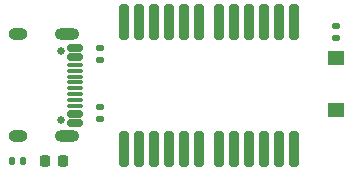
<source format=gts>
%TF.GenerationSoftware,KiCad,Pcbnew,9.0.4*%
%TF.CreationDate,2025-08-24T10:47:50+01:00*%
%TF.ProjectId,usbc-7seg,75736263-2d37-4736-9567-2e6b69636164,rev?*%
%TF.SameCoordinates,Original*%
%TF.FileFunction,Soldermask,Top*%
%TF.FilePolarity,Negative*%
%FSLAX46Y46*%
G04 Gerber Fmt 4.6, Leading zero omitted, Abs format (unit mm)*
G04 Created by KiCad (PCBNEW 9.0.4) date 2025-08-24 10:47:50*
%MOMM*%
%LPD*%
G01*
G04 APERTURE LIST*
G04 Aperture macros list*
%AMRoundRect*
0 Rectangle with rounded corners*
0 $1 Rounding radius*
0 $2 $3 $4 $5 $6 $7 $8 $9 X,Y pos of 4 corners*
0 Add a 4 corners polygon primitive as box body*
4,1,4,$2,$3,$4,$5,$6,$7,$8,$9,$2,$3,0*
0 Add four circle primitives for the rounded corners*
1,1,$1+$1,$2,$3*
1,1,$1+$1,$4,$5*
1,1,$1+$1,$6,$7*
1,1,$1+$1,$8,$9*
0 Add four rect primitives between the rounded corners*
20,1,$1+$1,$2,$3,$4,$5,0*
20,1,$1+$1,$4,$5,$6,$7,0*
20,1,$1+$1,$6,$7,$8,$9,0*
20,1,$1+$1,$8,$9,$2,$3,0*%
G04 Aperture macros list end*
%ADD10O,1.600000X1.000000*%
%ADD11O,2.100000X1.000000*%
%ADD12RoundRect,0.150000X-0.500000X0.150000X-0.500000X-0.150000X0.500000X-0.150000X0.500000X0.150000X0*%
%ADD13RoundRect,0.075000X-0.575000X0.075000X-0.575000X-0.075000X0.575000X-0.075000X0.575000X0.075000X0*%
%ADD14C,0.650000*%
%ADD15RoundRect,0.200000X-0.200000X-1.300000X0.200000X-1.300000X0.200000X1.300000X-0.200000X1.300000X0*%
%ADD16RoundRect,0.140000X0.140000X0.170000X-0.140000X0.170000X-0.140000X-0.170000X0.140000X-0.170000X0*%
%ADD17RoundRect,0.218750X-0.218750X-0.256250X0.218750X-0.256250X0.218750X0.256250X-0.218750X0.256250X0*%
%ADD18RoundRect,0.135000X-0.185000X0.135000X-0.185000X-0.135000X0.185000X-0.135000X0.185000X0.135000X0*%
%ADD19RoundRect,0.135000X0.185000X-0.135000X0.185000X0.135000X-0.185000X0.135000X-0.185000X-0.135000X0*%
%ADD20R,1.360000X1.230000*%
G04 APERTURE END LIST*
D10*
%TO.C,J1*%
X129425000Y-107820000D03*
D11*
X133605000Y-107820000D03*
D10*
X129425000Y-99180000D03*
D11*
X133605000Y-99180000D03*
D12*
X134245000Y-100300000D03*
X134245000Y-101100000D03*
D13*
X134245000Y-101750000D03*
X134245000Y-102750000D03*
X134245000Y-104250000D03*
X134245000Y-105250000D03*
D12*
X134245000Y-105900000D03*
X134245000Y-106700000D03*
X134245000Y-106700000D03*
X134245000Y-105900000D03*
D13*
X134245000Y-104750000D03*
X134245000Y-103750000D03*
X134245000Y-103250000D03*
X134245000Y-102250000D03*
D12*
X134245000Y-101100000D03*
X134245000Y-100300000D03*
D14*
X133105000Y-106390000D03*
X133105000Y-100610000D03*
%TD*%
D15*
%TO.C,U1*%
X138425000Y-98100000D03*
X139695000Y-98100000D03*
X140965000Y-98100000D03*
X142235000Y-98100000D03*
X143505000Y-98100000D03*
X144775000Y-98100000D03*
X144775000Y-108900000D03*
X143505000Y-108900000D03*
X142235000Y-108900000D03*
X140965000Y-108900000D03*
X139695000Y-108900000D03*
X138425000Y-108900000D03*
%TD*%
D16*
%TO.C,C7*%
X128920000Y-109900000D03*
X129880000Y-109900000D03*
%TD*%
D17*
%TO.C,FB1*%
X133287500Y-109900000D03*
X131712500Y-109900000D03*
%TD*%
D15*
%TO.C,U2*%
X146455000Y-108900000D03*
X147725000Y-108900000D03*
X148995000Y-108900000D03*
X150265000Y-108900000D03*
X151535000Y-108900000D03*
X152805000Y-108900000D03*
X152805000Y-98100000D03*
X151535000Y-98100000D03*
X150265000Y-98100000D03*
X148995000Y-98100000D03*
X147725000Y-98100000D03*
X146455000Y-98100000D03*
%TD*%
D18*
%TO.C,R1*%
X136400000Y-106310000D03*
X136400000Y-105290000D03*
%TD*%
D19*
%TO.C,R2*%
X136400000Y-101310000D03*
X136400000Y-100290000D03*
%TD*%
D20*
%TO.C,SW1*%
X156400000Y-101200000D03*
X156400000Y-105560000D03*
%TD*%
D19*
%TO.C,R4*%
X156400000Y-99510000D03*
X156400000Y-98490000D03*
%TD*%
M02*

</source>
